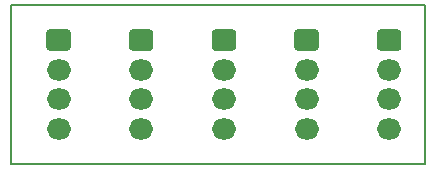
<source format=gbr>
%TF.GenerationSoftware,KiCad,Pcbnew,(5.1.9)-1*%
%TF.CreationDate,2021-06-10T11:21:26+02:00*%
%TF.ProjectId,20_Multiprise_JST_4pins,32305f4d-756c-4746-9970-726973655f4a,rev?*%
%TF.SameCoordinates,Original*%
%TF.FileFunction,Soldermask,Bot*%
%TF.FilePolarity,Negative*%
%FSLAX46Y46*%
G04 Gerber Fmt 4.6, Leading zero omitted, Abs format (unit mm)*
G04 Created by KiCad (PCBNEW (5.1.9)-1) date 2021-06-10 11:21:26*
%MOMM*%
%LPD*%
G01*
G04 APERTURE LIST*
%TA.AperFunction,Profile*%
%ADD10C,0.150000*%
%TD*%
%ADD11O,2.050000X1.800000*%
G04 APERTURE END LIST*
D10*
X145000000Y-135500000D02*
X145000000Y-122000000D01*
X180000000Y-135500000D02*
X145000000Y-135500000D01*
X180000000Y-122000000D02*
X180000000Y-135500000D01*
X145000000Y-122000000D02*
X180000000Y-122000000D01*
%TO.C,J1*%
G36*
G01*
X148239705Y-124100000D02*
X149760295Y-124100000D01*
G75*
G02*
X150025000Y-124364705I0J-264705D01*
G01*
X150025000Y-125635295D01*
G75*
G02*
X149760295Y-125900000I-264705J0D01*
G01*
X148239705Y-125900000D01*
G75*
G02*
X147975000Y-125635295I0J264705D01*
G01*
X147975000Y-124364705D01*
G75*
G02*
X148239705Y-124100000I264705J0D01*
G01*
G37*
D11*
X149000000Y-127500000D03*
X149000000Y-130000000D03*
X149000000Y-132500000D03*
%TD*%
%TO.C,J2*%
X156000000Y-132500000D03*
X156000000Y-130000000D03*
X156000000Y-127500000D03*
G36*
G01*
X155239705Y-124100000D02*
X156760295Y-124100000D01*
G75*
G02*
X157025000Y-124364705I0J-264705D01*
G01*
X157025000Y-125635295D01*
G75*
G02*
X156760295Y-125900000I-264705J0D01*
G01*
X155239705Y-125900000D01*
G75*
G02*
X154975000Y-125635295I0J264705D01*
G01*
X154975000Y-124364705D01*
G75*
G02*
X155239705Y-124100000I264705J0D01*
G01*
G37*
%TD*%
%TO.C,J3*%
G36*
G01*
X169239705Y-124100000D02*
X170760295Y-124100000D01*
G75*
G02*
X171025000Y-124364705I0J-264705D01*
G01*
X171025000Y-125635295D01*
G75*
G02*
X170760295Y-125900000I-264705J0D01*
G01*
X169239705Y-125900000D01*
G75*
G02*
X168975000Y-125635295I0J264705D01*
G01*
X168975000Y-124364705D01*
G75*
G02*
X169239705Y-124100000I264705J0D01*
G01*
G37*
X170000000Y-127500000D03*
X170000000Y-130000000D03*
X170000000Y-132500000D03*
%TD*%
%TO.C,J4*%
X163000000Y-132500000D03*
X163000000Y-130000000D03*
X163000000Y-127500000D03*
G36*
G01*
X162239705Y-124100000D02*
X163760295Y-124100000D01*
G75*
G02*
X164025000Y-124364705I0J-264705D01*
G01*
X164025000Y-125635295D01*
G75*
G02*
X163760295Y-125900000I-264705J0D01*
G01*
X162239705Y-125900000D01*
G75*
G02*
X161975000Y-125635295I0J264705D01*
G01*
X161975000Y-124364705D01*
G75*
G02*
X162239705Y-124100000I264705J0D01*
G01*
G37*
%TD*%
%TO.C,J5*%
G36*
G01*
X176239705Y-124100000D02*
X177760295Y-124100000D01*
G75*
G02*
X178025000Y-124364705I0J-264705D01*
G01*
X178025000Y-125635295D01*
G75*
G02*
X177760295Y-125900000I-264705J0D01*
G01*
X176239705Y-125900000D01*
G75*
G02*
X175975000Y-125635295I0J264705D01*
G01*
X175975000Y-124364705D01*
G75*
G02*
X176239705Y-124100000I264705J0D01*
G01*
G37*
X177000000Y-127500000D03*
X177000000Y-130000000D03*
X177000000Y-132500000D03*
%TD*%
M02*

</source>
